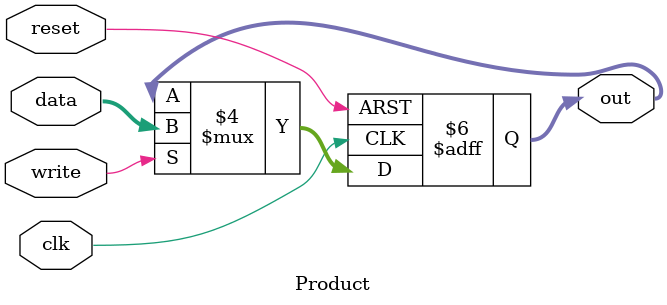
<source format=sv>
module Product(
	input logic [63:0] data,
	input logic clk,
	input logic reset,
	input logic write,
	output logic [63:0] out
);
	always_ff @(posedge clk or negedge reset) begin
		if(!reset) out <= 64'd0;
		else if(write) out <= data;
		else out <= out;
	end

endmodule 
</source>
